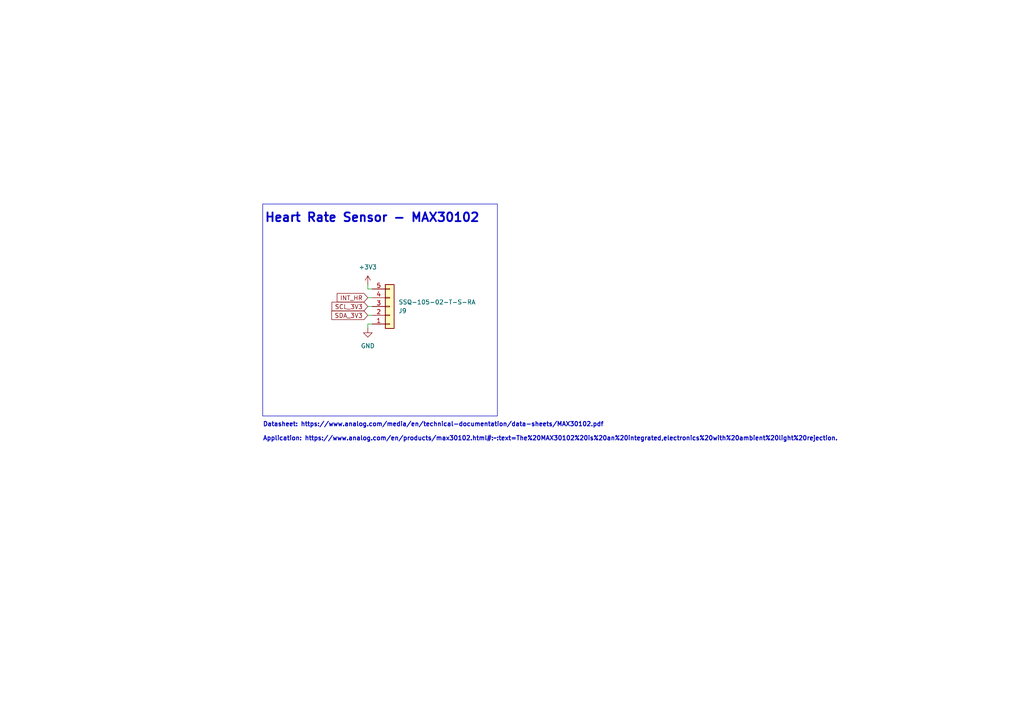
<source format=kicad_sch>
(kicad_sch (version 20250114) (generator "eeschema") (generator_version "9.0")
  (paper "A4")
  (lib_symbols
    (symbol "Connector_Generic:Conn_01x05" (pin_names (offset 1.016) (hide yes))
      (property "Reference" "J" (at 0 7.62 0))
      (property "Value" "Conn_01x05" (at 0 -7.62 0))
      (symbol "Conn_01x05_1_1"
        (rectangle (start -1.27 6.35) (end 1.27 -6.35) (stroke (width 0.254)) (fill (type background)))
        (rectangle (start -1.27 5.207) (end 0 4.953) (stroke (width 0.1524)))
        (rectangle (start -1.27 2.667) (end 0 2.413) (stroke (width 0.1524)))
        (rectangle (start -1.27 0.127) (end 0 -0.127) (stroke (width 0.1524)))
        (rectangle (start -1.27 -2.413) (end 0 -2.667) (stroke (width 0.1524)))
        (rectangle (start -1.27 -4.953) (end 0 -5.207) (stroke (width 0.1524)))
        (pin passive line (at -5.08 5.08 0) (length 3.81) (name "Pin_1") (number "1"))
        (pin passive line (at -5.08 2.54 0) (length 3.81) (name "Pin_2") (number "2"))
        (pin passive line (at -5.08 0 0) (length 3.81) (name "Pin_3") (number "3"))
        (pin passive line (at -5.08 -2.54 0) (length 3.81) (name "Pin_4") (number "4"))
        (pin passive line (at -5.08 -5.08 0) (length 3.81) (name "Pin_5") (number "5"))
      )
    )
    (symbol "power:+3V3" (power) (pin_numbers (hide yes)) (pin_names (offset 0) (hide yes))
      (property "Value" "+3V3" (at 0 3.556 0))
      (symbol "+3V3_0_1"
        (polyline (pts (xy -0.762 1.27) (xy 0 2.54)))
        (polyline (pts (xy 0 2.54) (xy 0.762 1.27)))
        (polyline (pts (xy 0 0) (xy 0 2.54)))
      )
      (symbol "+3V3_1_1"
        (pin power_in line (at 0 0 90) (length 0) (name "~") (number "1"))
      )
    )
    (symbol "power:GND" (power) (pin_numbers (hide yes)) (pin_names (offset 0) (hide yes))
      (property "Value" "GND" (at 0 -3.81 0))
      (symbol "GND_0_1"
        (polyline (pts (xy 0 0) (xy 0 -1.27) (xy 1.27 -1.27) (xy 0 -2.54) (xy -1.27 -1.27) (xy 0 -1.27)))
      )
      (symbol "GND_1_1"
        (pin power_in line (at 0 0 270) (length 0) (name "~") (number "1"))
      )
    )
  )
  (rectangle (start 76.2 59.182) (end 144.272 120.65))
  (text "Datasheet: https://www.analog.com/media/en/technical-documentation/data-sheets/MAX30102.pdf\n\nApplication: https://www.analog.com/en/products/max30102.html#:~:text=The%20MAX30102%20is%20an%20integrated,electronics%20with%20ambient%20light%20rejection." (at 76.2 125.222 0) (effects (font (size 1.27 1.27) (thickness 0.254) (bold yes)) (justify left)))
  (text "Heart Rate Sensor - MAX30102" (at 107.95 63.246 0) (effects (font (size 2.54 2.54) (bold yes))))
  (wire (pts (xy 106.68 83.82) (xy 107.95 83.82)))
  (wire (pts (xy 106.68 82.55) (xy 106.68 83.82)))
  (wire (pts (xy 107.95 91.44) (xy 106.68 91.44)))
  (wire (pts (xy 107.95 88.9) (xy 106.68 88.9)))
  (wire (pts (xy 106.68 93.98) (xy 106.68 95.25)))
  (wire (pts (xy 107.95 93.98) (xy 106.68 93.98)))
  (wire (pts (xy 107.95 86.36) (xy 106.68 86.36)))
  (global_label "SDA_3V3" (shape input) (at 106.68 91.44 180) (property "Intersheetrefs" "${INTERSHEET_REFS}" (effects (hide yes))))
  (global_label "SCL_3V3" (shape input) (at 106.68 88.9 180) (property "Intersheetrefs" "${INTERSHEET_REFS}" (effects (hide yes))))
  (global_label "INT_HR" (shape input) (at 106.68 86.36 180) (property "Intersheetrefs" "${INTERSHEET_REFS}" (effects (hide yes))))
  (symbol (lib_id "power:GND") (at 106.68 95.25 0) (unit 1)
    (property "Reference" "#PWR075" (effects (hide yes)))
    (property "Value" "GND" (at 106.68 100.33 0))
    (property "Description" "Power symbol creates a global label with name \"GND\" , ground" (effects (hide yes)))
  )
  (symbol (lib_id "power:+3V3") (at 106.68 82.55 0) (unit 1)
    (property "Reference" "#PWR074" (effects (hide yes)))
    (property "Value" "+3V3" (at 106.68 77.47 0))
    (property "Description" "Power symbol creates a global label with name \"+3V3\"" (effects (hide yes)))
  )
  (symbol (lib_id "Connector_Generic:Conn_01x05") (at 113.03 88.9 0) (mirror x) (unit 1)
    (property "Reference" "J9" (at 115.57 90.1701 0) (effects (justify left)))
    (property "Value" "SSQ-105-02-T-S-RA" (at 115.57 87.6301 0) (effects (justify left)))
    (property "Footprint" "Connector_PinSocket_2.54mm:PinSocket_1x05_P2.54mm_Horizontal" (effects (hide yes)))
    (property "Datasheet" "https://mm.digikey.com/Volume0/opasdata/d220001/medias/docus/6129/ssq-1xx-xx-xxx-x-xx-xxx-xx-x-mkt.pdf" (effects (hide yes)))
    (property "Description" "5 Position Receptacle Connector 0.100\" (2.54mm) Through Hole, Right Angle Tin" (effects (hide yes)))
    (property "Manufacturer_Name" "Samtec Inc." (effects (hide yes)))
    (property "Manufacturer_Part_Number" "SSQ-105-02-T-S-RA" (effects (hide yes)))
    (property "Price" "$0.92" (effects (hide yes)))
    (property "Supplier_Part_Number" "SAM1195-05-ND" (effects (hide yes)))
    (property "Website" "https://www.digikey.ca/en/products/detail/samtec-inc/SSQ-105-02-T-S-RA/1111407" (effects (hide yes)))
    (property "Supplier" "Digi-Key" (effects (hide yes)))
    (property "Type" "Connector" (effects (hide yes)))
  )
)
</source>
